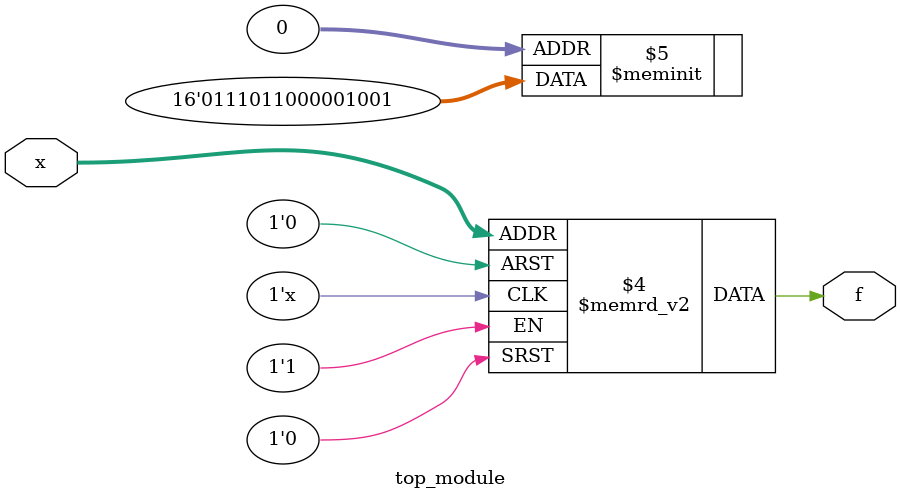
<source format=sv>
module top_module (
  input [4:1] x,
  output logic f
);
	always_comb begin
		case (x)
			4'b0000: f = 1'b1;
			4'b0001: f = 1'b0;
			4'b0010: f = 1'b0;
			4'b0011: f = 1'b1;
			4'b0100: f = 1'b0;
			4'b0101: f = 1'b0;
			4'b0110: f = 1'b0;
			4'b0111: f = 1'b0;
			4'b1000: f = 1'b0;
			4'b1001: f = 1'b1;
			4'b1010: f = 1'b1;
			4'b1011: f = 1'b0;
			4'b1100: f = 1'b1;
			4'b1101: f = 1'b1;
			4'b1110: f = 1'b1;
			4'b1111: f = 1'b0;
		endcase
	end
endmodule

</source>
